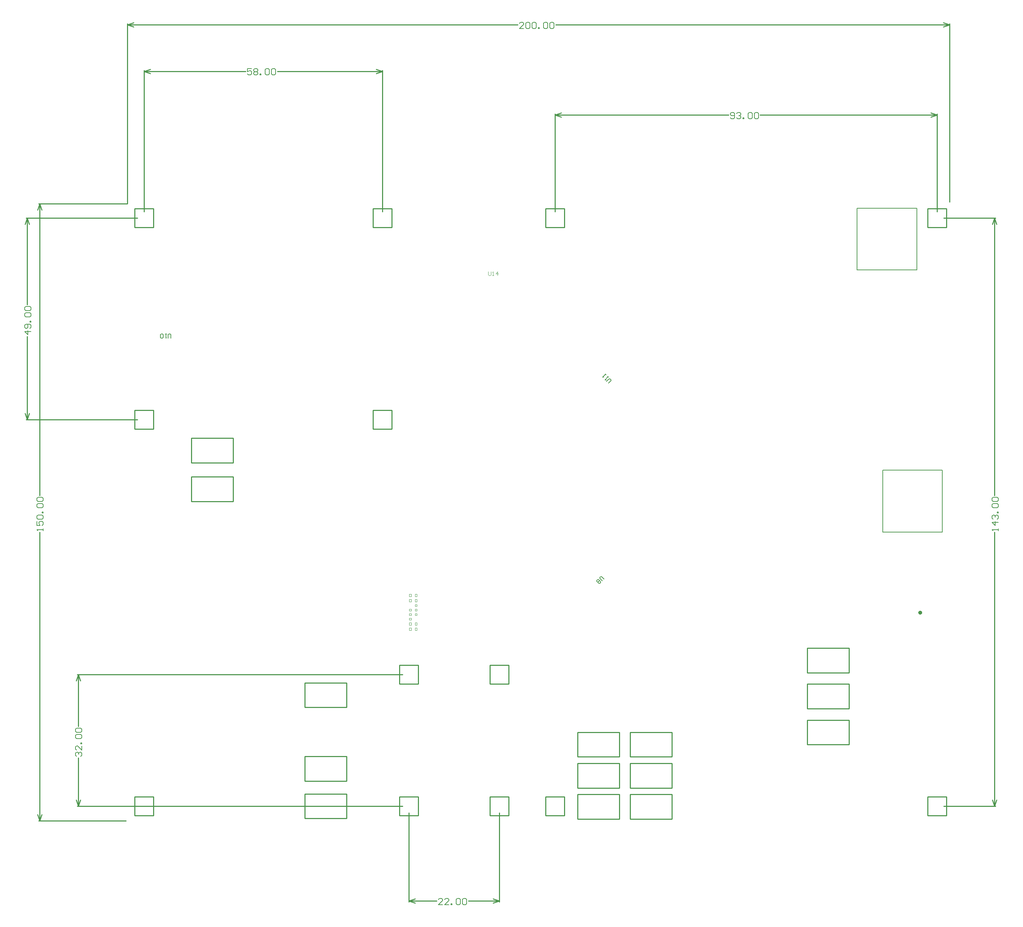
<source format=gbr>
G04*
G04 #@! TF.GenerationSoftware,Altium Limited,Altium Designer,22.4.2 (48)*
G04*
G04 Layer_Color=16711935*
%FSLAX25Y25*%
%MOIN*%
G70*
G04*
G04 #@! TF.SameCoordinates,B172E609-1CFC-4B23-86F5-1081F1DC675F*
G04*
G04*
G04 #@! TF.FilePolarity,Positive*
G04*
G01*
G75*
%ADD11C,0.01000*%
%ADD222C,0.00600*%
%ADD223C,0.00000*%
%ADD224C,0.00394*%
%ADD225C,0.00700*%
G36*
X759658Y197229D02*
X759159D01*
Y197312D01*
X758825D01*
Y197395D01*
X758575D01*
Y197478D01*
X758409D01*
Y197562D01*
X758325D01*
Y197645D01*
X758242D01*
Y197728D01*
X758159D01*
Y197812D01*
X758075D01*
Y197895D01*
X757992D01*
Y197978D01*
X757909D01*
Y198062D01*
X757826D01*
Y198228D01*
X757742D01*
Y198395D01*
X757659D01*
Y198645D01*
X757576D01*
Y199478D01*
X757659D01*
Y199728D01*
X757742D01*
Y199978D01*
X757826D01*
Y200061D01*
X757909D01*
Y200228D01*
X757992D01*
Y200311D01*
X758075D01*
Y200395D01*
X758159D01*
Y200478D01*
X758242D01*
Y200561D01*
X758409D01*
Y200645D01*
X758492D01*
Y200728D01*
X758659D01*
Y200811D01*
X758909D01*
Y200894D01*
X759908D01*
Y200811D01*
X760158D01*
Y200728D01*
X760325D01*
Y200645D01*
X760408D01*
Y200561D01*
X760575D01*
Y200478D01*
X760658D01*
Y200395D01*
X760742D01*
Y200311D01*
X760825D01*
Y200228D01*
X760908D01*
Y200061D01*
X760992D01*
Y199978D01*
X761075D01*
Y199728D01*
X761158D01*
Y199478D01*
X761241D01*
Y198645D01*
X761158D01*
Y198395D01*
X761075D01*
Y198228D01*
X760992D01*
Y198062D01*
X760908D01*
Y197978D01*
X760825D01*
Y197895D01*
X760742D01*
Y197812D01*
X760658D01*
Y197728D01*
X760575D01*
Y197645D01*
X760492D01*
Y197562D01*
X760408D01*
Y197478D01*
X760242D01*
Y197395D01*
X759992D01*
Y197312D01*
X759742D01*
Y197229D01*
X759658D01*
D02*
G37*
D11*
X-47244Y139764D02*
X-45244Y133764D01*
X-49244D02*
X-47244Y139764D01*
X-49244Y19780D02*
X-47244Y13780D01*
X-45244Y19780D01*
X-47244Y90267D02*
Y139764D01*
Y13780D02*
Y60076D01*
X-48244Y139764D02*
X263469D01*
X-48244Y13780D02*
X263469D01*
X269685Y-76772D02*
X275685Y-74772D01*
X269685Y-76772D02*
X275685Y-78772D01*
X350299D02*
X356299Y-76772D01*
X350299Y-74772D02*
X356299Y-76772D01*
X269685D02*
X296297D01*
X326488D02*
X356299D01*
X269685Y-77772D02*
Y7563D01*
X356299Y-77772D02*
Y7563D01*
X-86252Y6000D02*
X-84252Y0D01*
X-82252Y6000D01*
X-84252Y590551D02*
X-82252Y584551D01*
X-86252D02*
X-84252Y590551D01*
Y0D02*
Y276081D01*
Y311270D02*
Y590551D01*
X-85252Y0D02*
X-1500D01*
X-85252Y590551D02*
X0D01*
Y761811D02*
X6000Y763811D01*
X0Y761811D02*
X6000Y759811D01*
X781402D02*
X787402Y761811D01*
X781402Y763811D02*
X787402Y761811D01*
X0D02*
X374006D01*
X410195D02*
X787402D01*
X0Y590551D02*
Y762811D01*
X787402Y592051D02*
Y762811D01*
X830709Y576772D02*
X832709Y570772D01*
X828709D02*
X830709Y576772D01*
X828709Y19780D02*
X830709Y13780D01*
X832709Y19780D01*
X830709Y311270D02*
Y576772D01*
Y13780D02*
Y276081D01*
X781807Y576772D02*
X831709D01*
X781807Y13780D02*
X831709D01*
X409449Y675591D02*
X415449Y677591D01*
X409449Y675591D02*
X415449Y673591D01*
X769591D02*
X775591Y675591D01*
X769591Y677591D02*
X775591Y675591D01*
X409449D02*
X575824D01*
X606015D02*
X775591D01*
X409449Y582988D02*
Y676590D01*
X775591Y582988D02*
Y676590D01*
X15748Y717323D02*
X21748Y719323D01*
X15748Y717323D02*
X21748Y715323D01*
X238094D02*
X244094Y717323D01*
X238094Y719323D02*
X244094Y717323D01*
X15748D02*
X113226D01*
X143417D02*
X244094D01*
X15748Y582988D02*
Y718323D01*
X244094Y582988D02*
Y718323D01*
X-96063Y576772D02*
X-94063Y570772D01*
X-98063D02*
X-96063Y576772D01*
X-98063Y389858D02*
X-96063Y383858D01*
X-94063Y389858D01*
X-96063Y493811D02*
Y576772D01*
Y383858D02*
Y463619D01*
X-97063Y576772D02*
X9532D01*
X-97063Y383858D02*
X9532D01*
X481580Y84654D02*
X521580D01*
X481580Y61154D02*
X521580D01*
X481580D02*
Y84654D01*
X521580Y61154D02*
Y84654D01*
X521580Y31360D02*
Y54860D01*
X481580Y31360D02*
Y54860D01*
Y31360D02*
X521580D01*
X481580Y54860D02*
X521580D01*
X431176Y31360D02*
Y54860D01*
X471176Y31360D02*
Y54860D01*
X431176D02*
X471176D01*
X431176Y31360D02*
X471176Y31360D01*
X260685Y130764D02*
Y148764D01*
X278685Y130764D02*
Y148764D01*
X260685D02*
X278685D01*
X260685Y130764D02*
X278685D01*
X260685Y4780D02*
X278685D01*
X260685Y22780D02*
X278685D01*
Y4780D02*
Y22780D01*
X260685Y4780D02*
Y22780D01*
X347299Y4780D02*
X365299D01*
X347299Y22780D02*
X365299D01*
Y4780D02*
Y22780D01*
X347299Y4780D02*
Y22780D01*
Y130764D02*
X365299D01*
X347299Y148764D02*
X365299D01*
Y130764D02*
Y148764D01*
X347299Y130764D02*
Y148764D01*
X61106Y342650D02*
X101106D01*
X61106Y366150D02*
X101106D01*
Y342650D02*
Y366150D01*
X61106Y342650D02*
Y366150D01*
X170063Y2098D02*
Y25598D01*
X210063Y2098D02*
Y25598D01*
X170063D02*
X210063D01*
X170063Y2098D02*
X210063D01*
X170063Y38004D02*
X210063D01*
X170063Y61504D02*
X210063D01*
Y38004D02*
Y61504D01*
X170063Y38004D02*
Y61504D01*
X431176Y61154D02*
Y84654D01*
X471176Y61154D02*
Y84654D01*
X431176D02*
X471176D01*
X431176Y61154D02*
X471176D01*
X400449Y567772D02*
Y585772D01*
X418449Y567772D02*
Y585772D01*
X400449D02*
X418449D01*
X400449Y567772D02*
X418449D01*
X766590D02*
Y585772D01*
X784590Y567772D02*
Y585772D01*
X766590D02*
X784590D01*
X766590Y567772D02*
X784590D01*
X6748D02*
Y585772D01*
X24748Y567772D02*
Y585772D01*
X6748D02*
X24748D01*
X6748Y567772D02*
X24748D01*
X6748Y374858D02*
Y392858D01*
X24748Y374858D02*
Y392858D01*
X6748D02*
X24748D01*
X6748Y374858D02*
X24748D01*
X6748Y4780D02*
Y22780D01*
X24748Y4780D02*
Y22780D01*
X6748D02*
X24748D01*
X6748Y4780D02*
X24748D01*
X766590D02*
Y22780D01*
X784590Y4780D02*
Y22780D01*
X766590D02*
X784590D01*
X766590Y4780D02*
X784590D01*
X400449D02*
Y22780D01*
X418449Y4780D02*
Y22780D01*
X400449D02*
X418449D01*
X400449Y4780D02*
X418449D01*
X235094Y374858D02*
Y392858D01*
X253095Y374858D02*
Y392858D01*
X235094D02*
X253095D01*
X235094Y374858D02*
X253095D01*
X235094Y567772D02*
Y585772D01*
X253095Y567772D02*
Y585772D01*
X235094D02*
X253095D01*
X235094Y567772D02*
X253095D01*
X431176Y1567D02*
X471176Y1567D01*
X431176Y25067D02*
X471176Y25067D01*
X471176Y1567D02*
X471176Y25067D01*
X431176Y1567D02*
Y25067D01*
X651260Y130701D02*
X691260D01*
X651260Y107201D02*
X691260D01*
X651260D02*
Y130701D01*
X691260Y107201D02*
Y130701D01*
X651260Y165067D02*
X691260D01*
X651260Y141567D02*
X691260D01*
X651260D02*
Y165067D01*
X691260Y141567D02*
Y165067D01*
X651260Y96335D02*
X691260D01*
X651260Y72835D02*
X691260D01*
X651260D02*
Y96335D01*
X691260Y72835D02*
Y96335D01*
X61106Y305642D02*
Y329142D01*
X101106Y305642D02*
Y329142D01*
X61106D02*
X101106D01*
X61106Y305642D02*
X101106D01*
X521580Y1567D02*
Y25067D01*
X481580Y1567D02*
Y25067D01*
Y1567D02*
X521580D01*
X481580Y25067D02*
X521580D01*
X170063Y108398D02*
Y131898D01*
X210063Y108398D02*
Y131898D01*
X170063D02*
X210063D01*
X170063Y108398D02*
X210063D01*
D222*
X780555Y276350D02*
X780555Y335405D01*
X723468Y276350D02*
Y335405D01*
Y276350D02*
X780555Y276350D01*
X723468Y335405D02*
X780555D01*
X756146Y527138D02*
X756146Y586193D01*
X699059Y527138D02*
Y586193D01*
Y527138D02*
X756146Y527138D01*
X699059Y586193D02*
X756146D01*
X-48643Y61676D02*
X-49643Y62676D01*
Y64675D01*
X-48643Y65675D01*
X-47644D01*
X-46644Y64675D01*
Y63675D01*
Y64675D01*
X-45644Y65675D01*
X-44645D01*
X-43645Y64675D01*
Y62676D01*
X-44645Y61676D01*
X-43645Y71673D02*
Y67674D01*
X-47644Y71673D01*
X-48643D01*
X-49643Y70673D01*
Y68674D01*
X-48643Y67674D01*
X-43645Y73672D02*
X-44645D01*
Y74672D01*
X-43645D01*
Y73672D01*
X-48643Y78671D02*
X-49643Y79670D01*
Y81670D01*
X-48643Y82669D01*
X-44645D01*
X-43645Y81670D01*
Y79670D01*
X-44645Y78671D01*
X-48643D01*
Y84669D02*
X-49643Y85668D01*
Y87668D01*
X-48643Y88667D01*
X-44645D01*
X-43645Y87668D01*
Y85668D01*
X-44645Y84669D01*
X-48643D01*
X301895Y-80371D02*
X297897D01*
X301895Y-76372D01*
Y-75372D01*
X300896Y-74373D01*
X298896D01*
X297897Y-75372D01*
X307893Y-80371D02*
X303894D01*
X307893Y-76372D01*
Y-75372D01*
X306894Y-74373D01*
X304894D01*
X303894Y-75372D01*
X309893Y-80371D02*
Y-79371D01*
X310892D01*
Y-80371D01*
X309893D01*
X314891Y-75372D02*
X315891Y-74373D01*
X317890D01*
X318890Y-75372D01*
Y-79371D01*
X317890Y-80371D01*
X315891D01*
X314891Y-79371D01*
Y-75372D01*
X320889D02*
X321889Y-74373D01*
X323888D01*
X324888Y-75372D01*
Y-79371D01*
X323888Y-80371D01*
X321889D01*
X320889Y-79371D01*
Y-75372D01*
X-80653Y277681D02*
Y279680D01*
Y278680D01*
X-86651D01*
X-85651Y277681D01*
X-86651Y286678D02*
Y282679D01*
X-83652D01*
X-84652Y284679D01*
Y285678D01*
X-83652Y286678D01*
X-81653D01*
X-80653Y285678D01*
Y283679D01*
X-81653Y282679D01*
X-85651Y288677D02*
X-86651Y289677D01*
Y291676D01*
X-85651Y292676D01*
X-81653D01*
X-80653Y291676D01*
Y289677D01*
X-81653Y288677D01*
X-85651D01*
X-80653Y294675D02*
X-81653D01*
Y295675D01*
X-80653D01*
Y294675D01*
X-85651Y299674D02*
X-86651Y300673D01*
Y302673D01*
X-85651Y303672D01*
X-81653D01*
X-80653Y302673D01*
Y300673D01*
X-81653Y299674D01*
X-85651D01*
Y305672D02*
X-86651Y306671D01*
Y308671D01*
X-85651Y309670D01*
X-81653D01*
X-80653Y308671D01*
Y306671D01*
X-81653Y305672D01*
X-85651D01*
X379605Y758212D02*
X375606D01*
X379605Y762211D01*
Y763210D01*
X378605Y764210D01*
X376606D01*
X375606Y763210D01*
X381604D02*
X382604Y764210D01*
X384603D01*
X385603Y763210D01*
Y759212D01*
X384603Y758212D01*
X382604D01*
X381604Y759212D01*
Y763210D01*
X387602D02*
X388602Y764210D01*
X390601D01*
X391601Y763210D01*
Y759212D01*
X390601Y758212D01*
X388602D01*
X387602Y759212D01*
Y763210D01*
X393600Y758212D02*
Y759212D01*
X394600D01*
Y758212D01*
X393600D01*
X398599Y763210D02*
X399598Y764210D01*
X401598D01*
X402597Y763210D01*
Y759212D01*
X401598Y758212D01*
X399598D01*
X398599Y759212D01*
Y763210D01*
X404597D02*
X405596Y764210D01*
X407596D01*
X408595Y763210D01*
Y759212D01*
X407596Y758212D01*
X405596D01*
X404597Y759212D01*
Y763210D01*
X834308Y277681D02*
Y279680D01*
Y278680D01*
X828310D01*
X829309Y277681D01*
X834308Y285678D02*
X828310D01*
X831309Y282679D01*
Y286678D01*
X829309Y288677D02*
X828310Y289677D01*
Y291676D01*
X829309Y292676D01*
X830309D01*
X831309Y291676D01*
Y290676D01*
Y291676D01*
X832308Y292676D01*
X833308D01*
X834308Y291676D01*
Y289677D01*
X833308Y288677D01*
X834308Y294675D02*
X833308D01*
Y295675D01*
X834308D01*
Y294675D01*
X829309Y299674D02*
X828310Y300673D01*
Y302673D01*
X829309Y303672D01*
X833308D01*
X834308Y302673D01*
Y300673D01*
X833308Y299674D01*
X829309D01*
Y305672D02*
X828310Y306671D01*
Y308671D01*
X829309Y309670D01*
X833308D01*
X834308Y308671D01*
Y306671D01*
X833308Y305672D01*
X829309D01*
X577424Y672991D02*
X578424Y671991D01*
X580423D01*
X581423Y672991D01*
Y676990D01*
X580423Y677990D01*
X578424D01*
X577424Y676990D01*
Y675990D01*
X578424Y674991D01*
X581423D01*
X583422Y676990D02*
X584422Y677990D01*
X586421D01*
X587421Y676990D01*
Y675990D01*
X586421Y674991D01*
X585422D01*
X586421D01*
X587421Y673991D01*
Y672991D01*
X586421Y671991D01*
X584422D01*
X583422Y672991D01*
X589420Y671991D02*
Y672991D01*
X590420D01*
Y671991D01*
X589420D01*
X594418Y676990D02*
X595418Y677990D01*
X597418D01*
X598417Y676990D01*
Y672991D01*
X597418Y671991D01*
X595418D01*
X594418Y672991D01*
Y676990D01*
X600417D02*
X601416Y677990D01*
X603416D01*
X604415Y676990D01*
Y672991D01*
X603416Y671991D01*
X601416D01*
X600417Y672991D01*
Y676990D01*
X118824Y719722D02*
X114826D01*
Y716723D01*
X116825Y717723D01*
X117825D01*
X118824Y716723D01*
Y714723D01*
X117825Y713724D01*
X115825D01*
X114826Y714723D01*
X120824Y718722D02*
X121823Y719722D01*
X123823D01*
X124822Y718722D01*
Y717723D01*
X123823Y716723D01*
X124822Y715723D01*
Y714723D01*
X123823Y713724D01*
X121823D01*
X120824Y714723D01*
Y715723D01*
X121823Y716723D01*
X120824Y717723D01*
Y718722D01*
X121823Y716723D02*
X123823D01*
X126822Y713724D02*
Y714723D01*
X127821D01*
Y713724D01*
X126822D01*
X131820Y718722D02*
X132820Y719722D01*
X134819D01*
X135819Y718722D01*
Y714723D01*
X134819Y713724D01*
X132820D01*
X131820Y714723D01*
Y718722D01*
X137818D02*
X138818Y719722D01*
X140817D01*
X141817Y718722D01*
Y714723D01*
X140817Y713724D01*
X138818D01*
X137818Y714723D01*
Y718722D01*
X-92464Y468218D02*
X-98462D01*
X-95463Y465219D01*
Y469218D01*
X-93464Y471217D02*
X-92464Y472217D01*
Y474216D01*
X-93464Y475216D01*
X-97462D01*
X-98462Y474216D01*
Y472217D01*
X-97462Y471217D01*
X-96463D01*
X-95463Y472217D01*
Y475216D01*
X-92464Y477215D02*
X-93464D01*
Y478215D01*
X-92464D01*
Y477215D01*
X-97462Y482214D02*
X-98462Y483214D01*
Y485213D01*
X-97462Y486212D01*
X-93464D01*
X-92464Y485213D01*
Y483214D01*
X-93464Y482214D01*
X-97462D01*
Y488212D02*
X-98462Y489212D01*
Y491211D01*
X-97462Y492211D01*
X-93464D01*
X-92464Y491211D01*
Y489212D01*
X-93464Y488212D01*
X-97462D01*
X41630Y461781D02*
Y465113D01*
X40964Y465779D01*
X39631D01*
X38964Y465113D01*
Y461781D01*
X37631Y465779D02*
X36298D01*
X36965D01*
Y461781D01*
X37631Y462447D01*
X34299D02*
X33632Y461781D01*
X32300D01*
X31633Y462447D01*
Y465113D01*
X32300Y465779D01*
X33632D01*
X34299Y465113D01*
Y462447D01*
D223*
X269980Y182283D02*
X271752D01*
X269980Y184646D02*
X271752D01*
X271752Y182283D01*
X269980D02*
X269980Y184646D01*
Y214567D02*
X271752D01*
X269980Y216929D02*
X271752D01*
Y214567D02*
Y216929D01*
X269980Y214567D02*
Y216929D01*
Y209646D02*
X271752D01*
X269980Y212008D02*
X271752D01*
Y209646D02*
Y212008D01*
X269980Y209646D02*
Y212008D01*
Y187205D02*
X271752D01*
X269980Y189567D02*
X271752D01*
Y187205D02*
Y189567D01*
X269980Y187205D02*
Y189567D01*
Y196555D02*
X271752D01*
X269980Y198327D02*
X271752D01*
Y196555D02*
Y198327D01*
X269980Y196555D02*
Y198327D01*
Y200886D02*
X271752D01*
X269980Y202658D02*
X271752D01*
Y200886D02*
Y202658D01*
X269980Y200886D02*
Y202658D01*
Y192224D02*
X271752D01*
X269980Y193996D02*
X271752D01*
Y192224D02*
Y193996D01*
X269980Y192224D02*
Y193996D01*
X275492Y182283D02*
X277264Y182283D01*
X275492Y184646D02*
X277264Y184646D01*
Y182283D02*
Y184646D01*
X275492Y182283D02*
Y184646D01*
Y214567D02*
X277264Y214567D01*
X275492Y216929D02*
X277264D01*
Y214567D02*
Y216929D01*
X275492Y214567D02*
Y216929D01*
Y209646D02*
X277264D01*
X275492Y212008D02*
X277264Y212008D01*
Y209646D02*
Y212008D01*
X275492Y209646D02*
Y212008D01*
Y187205D02*
X277264D01*
X275492Y189567D02*
X277264Y189567D01*
Y187205D02*
Y189567D01*
X275492Y187205D02*
Y189567D01*
Y196555D02*
X277264Y196555D01*
X275492Y198327D02*
X277264D01*
Y196555D02*
Y198327D01*
X275492Y196555D02*
Y198327D01*
Y200886D02*
X277264Y200886D01*
X275492Y202658D02*
X277264D01*
Y200886D02*
Y202658D01*
X275492Y200886D02*
Y202658D01*
Y205217D02*
X277264D01*
X275492Y206988D02*
X277264Y206988D01*
X277264Y205217D02*
X277264Y206988D01*
X275492Y205217D02*
Y206988D01*
D224*
X345543Y525664D02*
Y522384D01*
X346199Y521728D01*
X347511D01*
X348167Y522384D01*
Y525664D01*
X349479Y521728D02*
X350791D01*
X350135D01*
Y525664D01*
X349479Y525008D01*
X354727Y521728D02*
Y525664D01*
X352759Y523696D01*
X355383D01*
D225*
X460798Y418728D02*
X463154Y421084D01*
Y422026D01*
X462211Y422969D01*
X461269D01*
X458913Y420613D01*
X460798Y424383D02*
X459855Y425325D01*
X460326Y424854D01*
X457499Y422026D01*
X458441D01*
Y426739D02*
X457499Y427681D01*
X457970Y427210D01*
X455142Y424383D01*
X456085D01*
X456692Y231285D02*
X454336Y233641D01*
X453394D01*
X452451Y232699D01*
Y231756D01*
X454807Y229400D01*
X453394Y228929D02*
Y227986D01*
X452451Y227044D01*
X451509D01*
X451037Y227515D01*
Y228457D01*
X450095D01*
X449624Y228929D01*
Y229871D01*
X450566Y230814D01*
X451509D01*
X451980Y230342D01*
Y229400D01*
X452922D01*
X453394Y228929D01*
X451980Y229400D02*
X451037Y228457D01*
M02*

</source>
